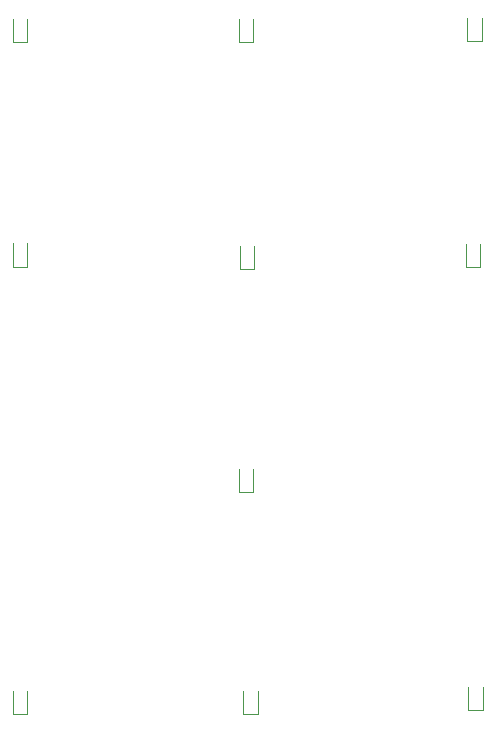
<source format=gbr>
%TF.GenerationSoftware,KiCad,Pcbnew,9.0.6*%
%TF.CreationDate,2025-12-08T11:04:57+13:00*%
%TF.ProjectId,hacropad,68616372-6f70-4616-942e-6b696361645f,rev?*%
%TF.SameCoordinates,Original*%
%TF.FileFunction,Legend,Bot*%
%TF.FilePolarity,Positive*%
%FSLAX46Y46*%
G04 Gerber Fmt 4.6, Leading zero omitted, Abs format (unit mm)*
G04 Created by KiCad (PCBNEW 9.0.6) date 2025-12-08 11:04:57*
%MOMM*%
%LPD*%
G01*
G04 APERTURE LIST*
%ADD10C,0.120000*%
G04 APERTURE END LIST*
D10*
%TO.C,D8*%
X120060000Y-113037500D02*
X120060000Y-114997500D01*
X120060000Y-114997500D02*
X118860000Y-114997500D01*
X118860000Y-113037500D02*
X118860000Y-114997500D01*
%TO.C,D10*%
X158660000Y-112690000D02*
X158660000Y-114650000D01*
X158660000Y-114650000D02*
X157460000Y-114650000D01*
X157460000Y-112690000D02*
X157460000Y-114650000D01*
%TO.C,D9*%
X139610000Y-113037500D02*
X139610000Y-114997500D01*
X139610000Y-114997500D02*
X138410000Y-114997500D01*
X138410000Y-113037500D02*
X138410000Y-114997500D01*
%TO.C,D5*%
X138110000Y-75352500D02*
X138110000Y-77312500D01*
X139310000Y-75352500D02*
X139310000Y-77312500D01*
X139310000Y-77312500D02*
X138110000Y-77312500D01*
%TO.C,D1*%
X118920000Y-56182500D02*
X118920000Y-58142500D01*
X120120000Y-56182500D02*
X120120000Y-58142500D01*
X120120000Y-58142500D02*
X118920000Y-58142500D01*
%TO.C,D7*%
X138010000Y-94240000D02*
X138010000Y-96200000D01*
X139210000Y-94240000D02*
X139210000Y-96200000D01*
X139210000Y-96200000D02*
X138010000Y-96200000D01*
%TO.C,D2*%
X138060000Y-56130000D02*
X138060000Y-58090000D01*
X139260000Y-56130000D02*
X139260000Y-58090000D01*
X139260000Y-58090000D02*
X138060000Y-58090000D01*
%TO.C,D6*%
X157260000Y-75190000D02*
X157260000Y-77150000D01*
X158460000Y-75190000D02*
X158460000Y-77150000D01*
X158460000Y-77150000D02*
X157260000Y-77150000D01*
%TO.C,D3*%
X157380000Y-56100000D02*
X157380000Y-58060000D01*
X158580000Y-56100000D02*
X158580000Y-58060000D01*
X158580000Y-58060000D02*
X157380000Y-58060000D01*
%TO.C,D4*%
X118920000Y-75162500D02*
X118920000Y-77122500D01*
X120120000Y-75162500D02*
X120120000Y-77122500D01*
X120120000Y-77122500D02*
X118920000Y-77122500D01*
%TD*%
M02*

</source>
